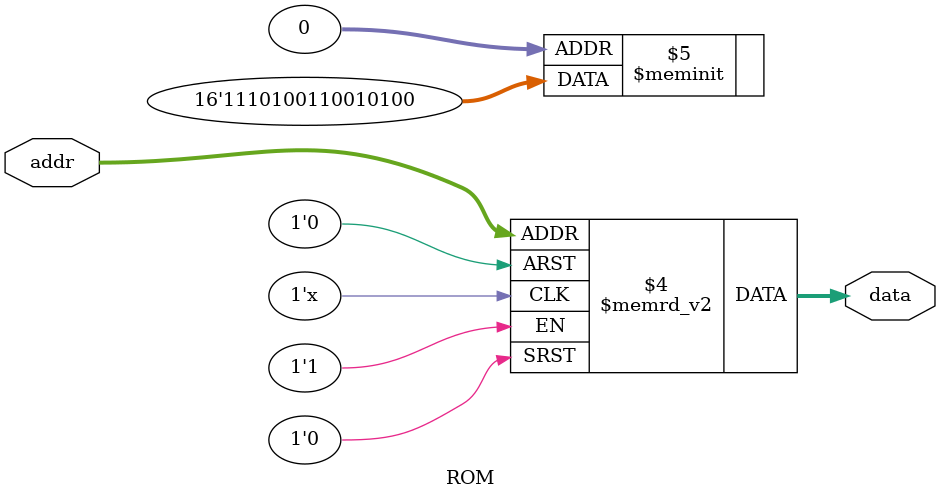
<source format=sv>
/* Example ROM that implemnets a full adder */
module ROM (
    input  logic [2:0] addr,    // {a, b, cin}
    output logic [1:0] data     // {cout, sum}
);
    always_comb begin
        case (addr)
            3'b000: data = 2'b00; // 0 + 0 + 0 = 00
            3'b001: data = 2'b01; // 0 + 0 + 1 = 01
            3'b010: data = 2'b01; // 0 + 1 + 0 = 01
            3'b011: data = 2'b10; // 0 + 1 + 1 = 10
            3'b100: data = 2'b01; // 1 + 0 + 0 = 01
            3'b101: data = 2'b10; // 1 + 0 + 1 = 10
            3'b110: data = 2'b10; // 1 + 1 + 0 = 10
            3'b111: data = 2'b11; // 1 + 1 + 1 = 11
            default: data = 2'b00;
        endcase
    end
endmodule
</source>
